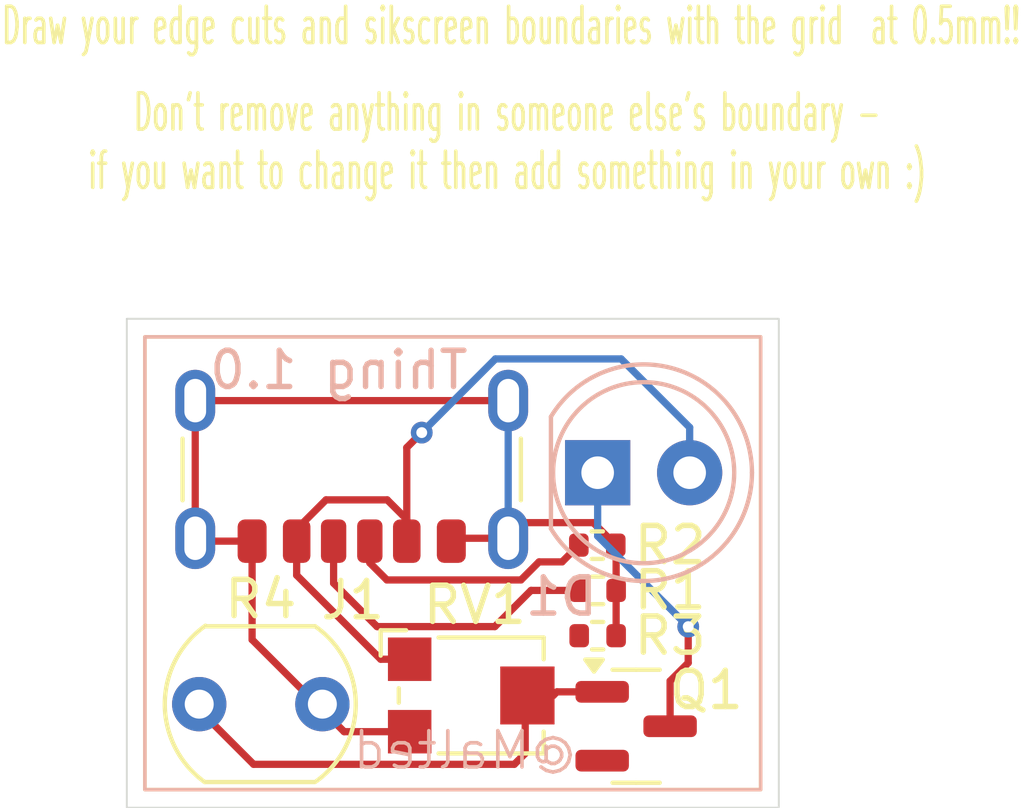
<source format=kicad_pcb>
(kicad_pcb (version 20241229) (generator "pcbnew") (generator_version "9.0")
  (layers (0 "F.Cu" signal) (2 "B.Cu" signal) (13 "F.Paste" user) (15 "B.Paste" user) (5 "F.SilkS" user "F.Silkscreen") (7 "B.SilkS" user "B.Silkscreen") (1 "F.Mask" user) (3 "B.Mask" user) (25 "Edge.Cuts" user))
  (net 0 "")
  (net 1 "Net-(D1-K)")
  (net 2 "Net-(D1-A)")
  (net 3 "Net-(J1-SHIELD)")
  (net 4 "Net-(J1-CC1)")
  (net 5 "Net-(J1-CC2)")
  (net 6 "Net-(Q1-G)")
  (net 7 "Net-(Q1-S)")
  (footprint "Potentiometer_SMD:Potentiometer_Bourns_TC33X_Vertical" (layer "F.Cu") (at 151.11 99.4)
    (property "Reference" "RV1" (at 0 -2.5 0) (layer "F.SilkS"))
    (property "Value" "100kΩ" (hide yes))
    (fp_line (start -2.6 -1.8) (end -2.6 -1.1) (stroke (width 0.12)) (layer "F.SilkS"))
    (fp_line (start -2.1 -0.2) (end -2.1 0.2) (stroke (width 0.12)) (layer "F.SilkS"))
    (fp_line (start -1.9 -1.8) (end -2.6 -1.8) (stroke (width 0.12)) (layer "F.SilkS"))
    (fp_line (start -1 -1.6) (end 1.9 -1.6) (stroke (width 0.12)) (layer "F.SilkS"))
    (fp_line (start -1 1.6) (end 1.9 1.6) (stroke (width 0.12)) (layer "F.SilkS"))
    (fp_line (start 1.9 -1.6) (end 1.9 -1) (stroke (width 0.12)) (layer "F.SilkS"))
    (fp_line (start 1.9 1.6) (end 1.9 1) (stroke (width 0.12)) (layer "F.SilkS"))
    (pad "1" smd rect (at -1.8 -1) (size 1.2 1.2) (layers "F.Cu" "F.Mask" "F.Paste") (net 2 "Net-(D1-A)"))
    (pad "2" smd rect (at 1.45 0) (size 1.5 1.6) (layers "F.Cu" "F.Mask" "F.Paste") (net 6 "Net-(Q1-G)"))
    (pad "3" smd rect (at -1.8 1) (size 1.2 1.2) (layers "F.Cu" "F.Mask" "F.Paste") (net 3 "Net-(J1-SHIELD)"))
  )
  (footprint "OptoDevice:R_LDR_5.1x4.3mm_P3.4mm_Vertical" (layer "F.Cu") (at 143.5 99.64)
    (property "Reference" "R4" (at 1.7 -2.9 0) (layer "F.SilkS"))
    (property "Value" "3k-70kΩ" (hide yes))
    (fp_line (start 0.15 -2.15) (end 3.2 -2.15) (stroke (width 0.12)) (layer "F.SilkS"))
    (fp_line (start 0.15 2.15) (end 3.2 2.15) (stroke (width 0.12)) (layer "F.SilkS"))
    (fp_arc (start 0.15 2.15) (mid -0.950438 -0.013368) (end 0.171766 -2.165525) (stroke (width 0.12)) (layer "F.SilkS"))
    (fp_arc (start 3.2 -2.15) (mid 4.321403 -0.027338) (end 3.244513 2.118249) (stroke (width 0.12)) (layer "F.SilkS"))
    (pad "1" thru_hole circle (at 0 0) (size 1.5 1.5) (drill 0.8) (layers "*.Cu" "*.Mask") (net 6 "Net-(Q1-G)"))
    (pad "2" thru_hole circle (at 3.4 0) (size 1.5 1.5) (drill 0.8) (layers "*.Cu" "*.Mask") (net 3 "Net-(J1-SHIELD)"))
  )
  (footprint "Connector_USB:USB_C_Receptacle_GCT_USB4125-xx-x-0190_6P_TopMnt_Horizontal" (layer "F.Cu") (at 147.71 92.06 180)
    (property "Reference" "J1" (at -0.03 -4.71 0) (layer "F.SilkS"))
    (property "Value" "USB_C_Receptacle_PowerOnly_6P" (hide yes))
    (fp_line (start 4.67 -0.25) (end 4.67 -1.95) (stroke (width 0.12)) (layer "F.SilkS"))
    (fp_line (start -4.67 -0.25) (end -4.67 -1.95) (stroke (width 0.12)) (layer "F.SilkS"))
    (pad "A5" smd roundrect (at -0.5 -3.08 180) (size 0.7 1.2) (layers "F.Cu" "F.Mask" "F.Paste") (net 4 "Net-(J1-CC1)"))
    (pad "A9" smd roundrect (at 1.52 -3.08) (size 0.76 1.2) (layers "F.Cu" "F.Mask" "F.Paste") (net 2 "Net-(D1-A)"))
    (pad "A12" smd roundrect (at 2.75 -3.08) (size 0.8 1.2) (layers "F.Cu" "F.Mask" "F.Paste") (net 3 "Net-(J1-SHIELD)"))
    (pad "B5" smd roundrect (at 0.5 -3.08) (size 0.7 1.2) (layers "F.Cu" "F.Mask" "F.Paste") (net 5 "Net-(J1-CC2)"))
    (pad "B9" smd roundrect (at -1.52 -3.08 180) (size 0.76 1.2) (layers "F.Cu" "F.Mask" "F.Paste") (net 2 "Net-(D1-A)"))
    (pad "B12" smd roundrect (at -2.75 -3.08 180) (size 0.8 1.2) (layers "F.Cu" "F.Mask" "F.Paste") (net 3 "Net-(J1-SHIELD)"))
    (pad "S1" thru_hole oval (at -4.32 -3 180) (size 1.1 1.7) (drill oval 0.6 1.2) (property pad_prop_heatsink) (layers "*.Cu" "*.Mask" "F.Paste") (net 3 "Net-(J1-SHIELD)"))
    (pad "S1" thru_hole oval (at -4.32 0.8 180) (size 1.1 1.7) (drill oval 0.6 1.2) (property pad_prop_heatsink) (layers "*.Cu" "*.Mask" "F.Paste") (net 3 "Net-(J1-SHIELD)"))
    (pad "S1" thru_hole oval (at 4.32 -3 180) (size 1.1 1.7) (drill oval 0.6 1.2) (property pad_prop_heatsink) (layers "*.Cu" "*.Mask" "F.Paste") (net 3 "Net-(J1-SHIELD)"))
    (pad "S1" thru_hole oval (at 4.32 0.8 180) (size 1.1 1.7) (drill oval 0.6 1.2) (property pad_prop_heatsink) (layers "*.Cu" "*.Mask" "F.Paste") (net 3 "Net-(J1-SHIELD)"))
  )
  (footprint "Resistor_SMD:R_0402_1005Metric" (layer "F.Cu") (at 154.5 96.5)
    (property "Reference" "R1" (at 2 0 0) (layer "F.SilkS"))
    (property "Value" "5k1Ω" (hide yes))
    (fp_line (start -0.153641 -0.38) (end 0.153641 -0.38) (stroke (width 0.12)) (layer "F.SilkS"))
    (fp_line (start -0.153641 0.38) (end 0.153641 0.38) (stroke (width 0.12)) (layer "F.SilkS"))
    (pad "1" smd roundrect (at -0.51 0) (size 0.54 0.64) (layers "F.Cu" "F.Mask" "F.Paste") (net 5 "Net-(J1-CC2)"))
    (pad "2" smd roundrect (at 0.51 0) (size 0.54 0.64) (layers "F.Cu" "F.Mask" "F.Paste") (net 3 "Net-(J1-SHIELD)"))
  )
  (footprint "Resistor_SMD:R_0402_1005Metric" (layer "F.Cu") (at 154.5 97.75)
    (property "Reference" "R3" (at 2 0 0) (layer "F.SilkS"))
    (property "Value" "150Ω" (hide yes))
    (fp_line (start -0.153641 -0.38) (end 0.153641 -0.38) (stroke (width 0.12)) (layer "F.SilkS"))
    (fp_line (start -0.153641 0.38) (end 0.153641 0.38) (stroke (width 0.12)) (layer "F.SilkS"))
    (pad "1" smd roundrect (at -0.51 0) (size 0.54 0.64) (layers "F.Cu" "F.Mask" "F.Paste") (net 7 "Net-(Q1-S)"))
    (pad "2" smd roundrect (at 0.51 0) (size 0.54 0.64) (layers "F.Cu" "F.Mask" "F.Paste") (net 3 "Net-(J1-SHIELD)"))
  )
  (footprint "Resistor_SMD:R_0402_1005Metric" (layer "F.Cu") (at 154.49 95.25)
    (property "Reference" "R2" (at 2.01 0 0) (layer "F.SilkS"))
    (property "Value" "5k1Ω" (hide yes))
    (fp_line (start -0.153641 -0.38) (end 0.153641 -0.38) (stroke (width 0.12)) (layer "F.SilkS"))
    (fp_line (start -0.153641 0.38) (end 0.153641 0.38) (stroke (width 0.12)) (layer "F.SilkS"))
    (pad "1" smd roundrect (at -0.51 0) (size 0.54 0.64) (layers "F.Cu" "F.Mask" "F.Paste") (net 4 "Net-(J1-CC1)"))
    (pad "2" smd roundrect (at 0.51 0) (size 0.54 0.64) (layers "F.Cu" "F.Mask" "F.Paste") (net 3 "Net-(J1-SHIELD)"))
  )
  (footprint "Package_TO_SOT_SMD:SOT-23" (layer "F.Cu") (at 155.5625 100.25)
    (property "Reference" "Q1" (at 1.9375 -1 0) (layer "F.SilkS"))
    (property "Value" "T2N7002AK" (hide yes))
    (fp_line (start 0 -1.56) (end -0.65 -1.56) (stroke (width 0.12)) (layer "F.SilkS"))
    (fp_line (start 0 -1.56) (end 0.65 -1.56) (stroke (width 0.12)) (layer "F.SilkS"))
    (fp_line (start 0 1.56) (end -0.65 1.56) (stroke (width 0.12)) (layer "F.SilkS"))
    (fp_line (start 0 1.56) (end 0.65 1.56) (stroke (width 0.12)) (layer "F.SilkS"))
    (fp_poly (pts (xy -1.1625 -1.51) (xy -1.4025 -1.84) (xy -0.9225 -1.84)) (stroke (width 0.12)) (fill yes) (layer "F.SilkS"))
    (pad "1" smd roundrect (at -0.9375 -0.95) (size 1.475 0.6) (layers "F.Cu" "F.Mask" "F.Paste") (net 6 "Net-(Q1-G)"))
    (pad "2" smd roundrect (at -0.9375 0.95) (size 1.475 0.6) (layers "F.Cu" "F.Mask" "F.Paste") (net 7 "Net-(Q1-S)"))
    (pad "3" smd roundrect (at 0.9375 0) (size 1.475 0.6) (layers "F.Cu" "F.Mask" "F.Paste") (net 1 "Net-(D1-K)"))
  )
  (footprint "LED_THT:LED_D5.0mm_Clear" (layer "B.Cu") (at 154.5 93.25)
    (property "Reference" "D1" (at -1 3.42 0) (layer "B.SilkS") (effects (justify mirror)))
    (property "Value" "LED" (hide yes))
    (fp_line (start -1.29 1.545) (end -1.29 -1.545) (stroke (width 0.12)) (layer "B.SilkS"))
    (fp_arc (start -1.29 -1.54483) (mid 2.071756 -2.880501) (end 4.26 -0.000048) (stroke (width 0.12)) (layer "B.SilkS"))
    (fp_arc (start 4.26 0.000048) (mid 2.071756 2.880501) (end -1.29 1.54483) (stroke (width 0.12)) (layer "B.SilkS"))
    (fp_circle (center 1.27 0) (end 3.77 0) (stroke (width 0.12)) (fill no) (layer "B.SilkS"))
    (pad "1" thru_hole rect (at 0 0) (size 1.8 1.8) (drill 0.9) (layers "*.Cu" "*.Mask") (net 1 "Net-(D1-K)"))
    (pad "2" thru_hole circle (at 2.54 0) (size 1.8 1.8) (drill 0.9) (layers "*.Cu" "*.Mask") (net 2 "Net-(D1-A)"))
  )
  (gr_rect (start 142 89.5) (end 159 102) (stroke (width 0.1)) (fill no) (layer "F.SilkS"))
  (gr_rect (start 142 89.5) (end 159 102) (stroke (width 0.1)) (fill no) (layer "B.SilkS"))
  (gr_rect (start 141.5 89) (end 159.5 102.5) (stroke (width 0.05)) (fill no) (layer "Edge.Cuts"))
  (gr_text "Draw your edge cuts and sikscreen boundaries with the grid  at 0.5mm!!" (at 138 81.5 0) (layer "F.SilkS") (effects (font (size 1 0.5) (thickness 0.1)) (justify left bottom)))
  (gr_text "Don't remove anything in someone else's boundary -\nif you want to change it then add something in your own :)" (at 152 85.5 0) (layer "F.SilkS") (effects (font (size 1 0.5) (thickness 0.1)) (justify bottom)))
  (gr_text "Thing 1.0" (at 151 91 0) (layer "B.SilkS") (effects (font (size 1 1)) (justify left bottom mirror)))
  (gr_text "@Malted" (at 154 101.5 0) (layer "B.SilkS") (effects (font (size 1 1) (thickness 0.1)) (justify left bottom mirror)))
  (segment (start 157 97.5) (end 157 98.5) (width 0.2) (layer "F.Cu") (net 1))
  (segment (start 156.5 99) (end 156.5 100.25) (width 0.2) (layer "F.Cu") (net 1))
  (segment (start 157 98.5) (end 156.5 99) (width 0.2) (layer "F.Cu") (net 1))
  (via blind (at 157 97.5) (size 0.6) (drill 0.3) (layers "F.Cu" "B.Cu") (net 1))
  (segment (start 154.5 93.25) (end 154.5 95) (width 0.2) (layer "B.Cu") (net 1))
  (segment (start 154.5 95) (end 157 97.5) (width 0.2) (layer "B.Cu") (net 1))
  (segment (start 148.51 98.4) (end 146.19 96.08) (width 0.2) (layer "F.Cu") (net 2))
  (segment (start 149.23 92.556504) (end 149.23 95.14) (width 0.2) (layer "F.Cu") (net 2))
  (segment (start 148.69 94) (end 147 94) (width 0.2) (layer "F.Cu") (net 2))
  (segment (start 149.31 98.4) (end 148.51 98.4) (width 0.2) (layer "F.Cu") (net 2))
  (segment (start 149.23 95.14) (end 149.23 94.54) (width 0.2) (layer "F.Cu") (net 2))
  (segment (start 147 94) (end 146.19 94.81) (width 0.2) (layer "F.Cu") (net 2))
  (segment (start 146.19 96.08) (end 146.19 95.14) (width 0.2) (layer "F.Cu") (net 2))
  (segment (start 146.19 94.81) (end 146.19 95.14) (width 0.2) (layer "F.Cu") (net 2))
  (segment (start 149.23 94.54) (end 148.69 94) (width 0.2) (layer "F.Cu") (net 2))
  (segment (start 149.643252 92.143252) (end 149.23 92.556504) (width 0.2) (layer "F.Cu") (net 2))
  (via blind (at 149.643252 92.143252) (size 0.6) (drill 0.3) (layers "F.Cu" "B.Cu") (net 2))
  (segment (start 157.04 92) (end 157.04 93.25) (width 0.2) (layer "B.Cu") (net 2))
  (segment (start 151.677504 90.109) (end 155.149 90.109) (width 0.2) (layer "B.Cu") (net 2))
  (segment (start 149.643252 92.143252) (end 151.677504 90.109) (width 0.2) (layer "B.Cu") (net 2))
  (segment (start 155.149 90.109) (end 157.04 92) (width 0.2) (layer "B.Cu") (net 2))
  (segment (start 154.379 94.629) (end 152.461 94.629) (width 0.2) (layer "F.Cu") (net 3))
  (segment (start 155.01 96.5) (end 155.01 95.26) (width 0.2) (layer "F.Cu") (net 3))
  (segment (start 155.01 97.75) (end 155.01 96.5) (width 0.2) (layer "F.Cu") (net 3))
  (segment (start 152.03 95.06) (end 150.54 95.06) (width 0.2) (layer "F.Cu") (net 3))
  (segment (start 143.39 95.06) (end 143.39 91.26) (width 0.2) (layer "F.Cu") (net 3))
  (segment (start 146.9 99.64) (end 146.9 99.8) (width 0.2) (layer "F.Cu") (net 3))
  (segment (start 155 95.25) (end 154.379 94.629) (width 0.2) (layer "F.Cu") (net 3))
  (segment (start 152.03 91.26) (end 143.39 91.26) (width 0.2) (layer "F.Cu") (net 3))
  (segment (start 152.03 95.06) (end 152.03 94.8829) (width 0.2) (layer "F.Cu") (net 3))
  (segment (start 155.01 95.26) (end 155 95.25) (width 0.2) (layer "F.Cu") (net 3))
  (segment (start 152.461 94.629) (end 152.03 95.06) (width 0.2) (layer "F.Cu") (net 3))
  (segment (start 146.74 99.64) (end 144.96 97.86) (width 0.2) (layer "F.Cu") (net 3))
  (segment (start 144.96 95.14) (end 143.47 95.14) (width 0.2) (layer "F.Cu") (net 3))
  (segment (start 146.9 99.8) (end 147.5 100.4) (width 0.2) (layer "F.Cu") (net 3))
  (segment (start 144.96 97.86) (end 144.96 95.14) (width 0.2) (layer "F.Cu") (net 3))
  (segment (start 147.5 100.4) (end 149.31 100.4) (width 0.2) (layer "F.Cu") (net 3))
  (segment (start 143.47 95.14) (end 143.39 95.06) (width 0.2) (layer "F.Cu") (net 3))
  (segment (start 146.9 99.64) (end 146.74 99.64) (width 0.2) (layer "F.Cu") (net 3))
  (segment (start 150.54 95.06) (end 150.46 95.14) (width 0.2) (layer "F.Cu") (net 3))
  (segment (start 152.03 95.06) (end 152.03 91.26) (width 0.2) (layer "B.Cu") (net 3))
  (segment (start 148.21 95.14) (end 148.21 95.74) (width 0.2) (layer "F.Cu") (net 4))
  (segment (start 148.681 96.211) (end 152.382496 96.211) (width 0.2) (layer "F.Cu") (net 4))
  (segment (start 152.382496 96.211) (end 152.881 95.712496) (width 0.2) (layer "F.Cu") (net 4))
  (segment (start 152.881 95.712496) (end 153.517504 95.712496) (width 0.2) (layer "F.Cu") (net 4))
  (segment (start 148.21 95.74) (end 148.681 96.211) (width 0.2) (layer "F.Cu") (net 4))
  (segment (start 153.517504 95.712496) (end 153.98 95.25) (width 0.2) (layer "F.Cu") (net 4))
  (segment (start 152.660596 96.5) (end 153.99 96.5) (width 0.2) (layer "F.Cu") (net 5))
  (segment (start 148.409 97.499) (end 151.661596 97.499) (width 0.2) (layer "F.Cu") (net 5))
  (segment (start 147.21 95.14) (end 147.21 96.3) (width 0.2) (layer "F.Cu") (net 5))
  (segment (start 151.661596 97.499) (end 152.660596 96.5) (width 0.2) (layer "F.Cu") (net 5))
  (segment (start 147.21 96.3) (end 148.409 97.499) (width 0.2) (layer "F.Cu") (net 5))
  (segment (start 152.56 99.4) (end 153.275 99.4) (width 0.2) (layer "F.Cu") (net 6))
  (segment (start 153.375 99.3) (end 154.625 99.3) (width 0.2) (layer "F.Cu") (net 6))
  (segment (start 143.5 99.8) (end 143.5 99.64) (width 0.2) (layer "F.Cu") (net 6))
  (segment (start 145.001 101.301) (end 143.5 99.8) (width 0.2) (layer "F.Cu") (net 6))
  (segment (start 152.5 99.46) (end 152.5 101) (width 0.2) (layer "F.Cu") (net 6))
  (segment (start 153.275 99.4) (end 153.375 99.3) (width 0.2) (layer "F.Cu") (net 6))
  (segment (start 152.5 101) (end 152.199 101.301) (width 0.2) (layer "F.Cu") (net 6))
  (segment (start 152.199 101.301) (end 145.001 101.301) (width 0.2) (layer "F.Cu") (net 6))
  (segment (start 152.56 99.4) (end 152.5 99.46) (width 0.2) (layer "F.Cu") (net 6))
)
</source>
